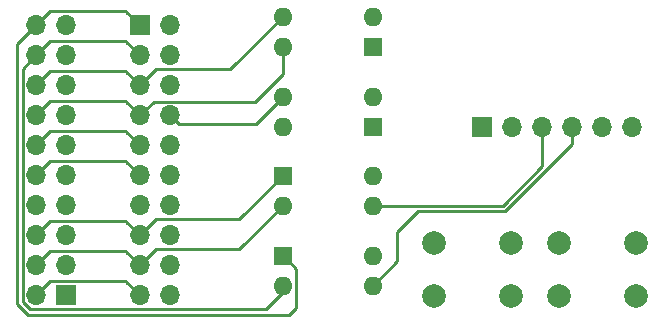
<source format=gbr>
%TF.GenerationSoftware,KiCad,Pcbnew,(5.1.12)-1*%
%TF.CreationDate,2021-12-28T12:25:46-06:00*%
%TF.ProjectId,iPiMI,6950694d-492e-46b6-9963-61645f706362,rev?*%
%TF.SameCoordinates,Original*%
%TF.FileFunction,Copper,L2,Bot*%
%TF.FilePolarity,Positive*%
%FSLAX46Y46*%
G04 Gerber Fmt 4.6, Leading zero omitted, Abs format (unit mm)*
G04 Created by KiCad (PCBNEW (5.1.12)-1) date 2021-12-28 12:25:46*
%MOMM*%
%LPD*%
G01*
G04 APERTURE LIST*
%TA.AperFunction,ComponentPad*%
%ADD10R,1.600000X1.600000*%
%TD*%
%TA.AperFunction,ComponentPad*%
%ADD11O,1.600000X1.600000*%
%TD*%
%TA.AperFunction,ComponentPad*%
%ADD12C,2.000000*%
%TD*%
%TA.AperFunction,ComponentPad*%
%ADD13R,1.700000X1.700000*%
%TD*%
%TA.AperFunction,ComponentPad*%
%ADD14O,1.700000X1.700000*%
%TD*%
%TA.AperFunction,Conductor*%
%ADD15C,0.250000*%
%TD*%
G04 APERTURE END LIST*
D10*
%TO.P,U4,1*%
%TO.N,HD+*%
X41100000Y-36000000D03*
D11*
%TO.P,U4,3*%
%TO.N,PI_HDD_LED*%
X48720000Y-38540000D03*
%TO.P,U4,2*%
%TO.N,HD-*%
X41100000Y-38540000D03*
%TO.P,U4,4*%
%TO.N,+3V3*%
X48720000Y-36000000D03*
%TD*%
D10*
%TO.P,U3,1*%
%TO.N,PWR_LED+*%
X41100000Y-29250000D03*
D11*
%TO.P,U3,3*%
%TO.N,PI_PWR_LED*%
X48720000Y-31790000D03*
%TO.P,U3,2*%
%TO.N,PWR_LED-*%
X41100000Y-31790000D03*
%TO.P,U3,4*%
%TO.N,+3V3*%
X48720000Y-29250000D03*
%TD*%
D10*
%TO.P,U2,1*%
%TO.N,Net-(R2-Pad1)*%
X48700000Y-18300000D03*
D11*
%TO.P,U2,3*%
%TO.N,RES-*%
X41080000Y-15760000D03*
%TO.P,U2,2*%
%TO.N,GND*%
X48700000Y-15760000D03*
%TO.P,U2,4*%
%TO.N,RES+*%
X41080000Y-18300000D03*
%TD*%
D10*
%TO.P,U1,1*%
%TO.N,Net-(R1-Pad1)*%
X48700000Y-25100000D03*
D11*
%TO.P,U1,3*%
%TO.N,PWR_SW-*%
X41080000Y-22560000D03*
%TO.P,U1,2*%
%TO.N,GND*%
X48700000Y-22560000D03*
%TO.P,U1,4*%
%TO.N,PWR_SW+*%
X41080000Y-25100000D03*
%TD*%
D12*
%TO.P,SW2,1*%
%TO.N,RES-*%
X60411500Y-34925000D03*
%TO.P,SW2,2*%
%TO.N,RES+*%
X60411500Y-39425000D03*
%TO.P,SW2,1*%
%TO.N,RES-*%
X53911500Y-34925000D03*
%TO.P,SW2,2*%
%TO.N,RES+*%
X53911500Y-39425000D03*
%TD*%
%TO.P,SW1,1*%
%TO.N,PWR_SW-*%
X71016000Y-34925000D03*
%TO.P,SW1,2*%
%TO.N,PWR_SW+*%
X71016000Y-39425000D03*
%TO.P,SW1,1*%
%TO.N,PWR_SW-*%
X64516000Y-34925000D03*
%TO.P,SW1,2*%
%TO.N,PWR_SW+*%
X64516000Y-39425000D03*
%TD*%
D13*
%TO.P,J3,1*%
%TO.N,SPEAK-*%
X22783800Y-39319200D03*
D14*
%TO.P,J3,2*%
%TO.N,PWR_LED-*%
X20243800Y-39319200D03*
%TO.P,J3,3*%
%TO.N,N/C*%
X22783800Y-36779200D03*
%TO.P,J3,4*%
%TO.N,PWR_LED-*%
X20243800Y-36779200D03*
%TO.P,J3,5*%
%TO.N,N/C*%
X22783800Y-34239200D03*
%TO.P,J3,6*%
%TO.N,PWR_LED+*%
X20243800Y-34239200D03*
%TO.P,J3,7*%
%TO.N,SPEAK+*%
X22783800Y-31699200D03*
%TO.P,J3,8*%
%TO.N,N/C*%
X20243800Y-31699200D03*
%TO.P,J3,9*%
X22783800Y-29159200D03*
%TO.P,J3,10*%
%TO.N,CI+*%
X20243800Y-29159200D03*
%TO.P,J3,11*%
%TO.N,N/C*%
X22783800Y-26619200D03*
%TO.P,J3,12*%
%TO.N,CI-*%
X20243800Y-26619200D03*
%TO.P,J3,13*%
%TO.N,PWR_SW-*%
X22783800Y-24079200D03*
%TO.P,J3,14*%
%TO.N,RES+*%
X20243800Y-24079200D03*
%TO.P,J3,15*%
%TO.N,PWR_SW+*%
X22783800Y-21539200D03*
%TO.P,J3,16*%
%TO.N,RES-*%
X20243800Y-21539200D03*
%TO.P,J3,17*%
%TO.N,PWR-*%
X22783800Y-18999200D03*
%TO.P,J3,18*%
%TO.N,HD-*%
X20243800Y-18999200D03*
%TO.P,J3,19*%
%TO.N,PWR+*%
X22783800Y-16459200D03*
%TO.P,J3,20*%
%TO.N,HD+*%
X20243800Y-16459200D03*
%TD*%
%TO.P,J2,6*%
%TO.N,GND*%
X70675500Y-25082500D03*
%TO.P,J2,5*%
%TO.N,+3V3*%
X68135500Y-25082500D03*
%TO.P,J2,4*%
%TO.N,PI_HDD_LED*%
X65595500Y-25082500D03*
%TO.P,J2,3*%
%TO.N,PI_PWR_LED*%
X63055500Y-25082500D03*
%TO.P,J2,2*%
%TO.N,PI_RST_SW*%
X60515500Y-25082500D03*
D13*
%TO.P,J2,1*%
%TO.N,PI_PWR_SW*%
X57975500Y-25082500D03*
%TD*%
%TO.P,J1,1*%
%TO.N,HD+*%
X29015000Y-16500000D03*
D14*
%TO.P,J1,2*%
%TO.N,PWR+*%
X31555000Y-16500000D03*
%TO.P,J1,3*%
%TO.N,HD-*%
X29015000Y-19040000D03*
%TO.P,J1,4*%
%TO.N,PWR-*%
X31555000Y-19040000D03*
%TO.P,J1,5*%
%TO.N,RES-*%
X29015000Y-21580000D03*
%TO.P,J1,6*%
%TO.N,PWR_SW+*%
X31555000Y-21580000D03*
%TO.P,J1,7*%
%TO.N,RES+*%
X29015000Y-24120000D03*
%TO.P,J1,8*%
%TO.N,PWR_SW-*%
X31555000Y-24120000D03*
%TO.P,J1,9*%
%TO.N,CI-*%
X29015000Y-26660000D03*
%TO.P,J1,10*%
%TO.N,N/C*%
X31555000Y-26660000D03*
%TO.P,J1,11*%
%TO.N,CI+*%
X29015000Y-29200000D03*
%TO.P,J1,12*%
%TO.N,N/C*%
X31555000Y-29200000D03*
%TO.P,J1,13*%
X29015000Y-31740000D03*
%TO.P,J1,14*%
%TO.N,SPEAK+*%
X31555000Y-31740000D03*
%TO.P,J1,15*%
%TO.N,PWR_LED+*%
X29015000Y-34280000D03*
%TO.P,J1,16*%
%TO.N,N/C*%
X31555000Y-34280000D03*
%TO.P,J1,17*%
%TO.N,PWR_LED-*%
X29015000Y-36820000D03*
%TO.P,J1,18*%
%TO.N,N/C*%
X31555000Y-36820000D03*
%TO.P,J1,19*%
%TO.N,PWR_LED-*%
X29015000Y-39360000D03*
%TO.P,J1,20*%
%TO.N,SPEAK-*%
X31555000Y-39360000D03*
%TD*%
D15*
%TO.N,PWR_LED+*%
X21418801Y-33064199D02*
X20243800Y-34239200D01*
X29015000Y-34280000D02*
X27849999Y-33114999D01*
X27799199Y-33064199D02*
X27849999Y-33114999D01*
X21418801Y-33064199D02*
X27799199Y-33064199D01*
X29015000Y-34280000D02*
X30379999Y-32915001D01*
X30379999Y-32915001D02*
X37424999Y-32915001D01*
X37424999Y-32915001D02*
X41080000Y-29260000D01*
%TO.N,PWR_LED-*%
X21418801Y-38144199D02*
X20243800Y-39319200D01*
X29015000Y-39360000D02*
X27849999Y-38194999D01*
X21418801Y-35604199D02*
X20243800Y-36779200D01*
X29015000Y-36820000D02*
X27849999Y-35654999D01*
X27799199Y-35604199D02*
X27849999Y-35654999D01*
X21418801Y-35604199D02*
X27799199Y-35604199D01*
X27799199Y-38144199D02*
X27849999Y-38194999D01*
X21418801Y-38144199D02*
X27799199Y-38144199D01*
X29015000Y-36820000D02*
X30379999Y-35455001D01*
X30379999Y-35455001D02*
X37424999Y-35455001D01*
X37424999Y-35455001D02*
X41080000Y-31800000D01*
%TO.N,HD+*%
X20243800Y-16459200D02*
X21418801Y-15284199D01*
X27849999Y-15334999D02*
X29015000Y-16500000D01*
X27799199Y-15284199D02*
X27849999Y-15334999D01*
X21418801Y-15284199D02*
X27799199Y-15284199D01*
X41598010Y-41001990D02*
X42205001Y-40394999D01*
X19551178Y-41001990D02*
X41598010Y-41001990D01*
X18618790Y-40069602D02*
X19551178Y-41001990D01*
X18618790Y-18084210D02*
X18618790Y-40069602D01*
X20243800Y-16459200D02*
X18618790Y-18084210D01*
X42205001Y-40394999D02*
X42205001Y-37085001D01*
X42205001Y-37085001D02*
X41080000Y-35960000D01*
%TO.N,HD-*%
X21418801Y-17824199D02*
X20243800Y-18999200D01*
X29015000Y-19040000D02*
X27849999Y-17874999D01*
X27799199Y-17824199D02*
X27849999Y-17874999D01*
X21418801Y-17824199D02*
X27799199Y-17824199D01*
X41080000Y-39110002D02*
X41080000Y-38500000D01*
X19730599Y-40545001D02*
X39645001Y-40545001D01*
X19068799Y-39883201D02*
X19730599Y-40545001D01*
X19068799Y-20174201D02*
X19068799Y-39883201D01*
X20243800Y-18999200D02*
X19068799Y-20174201D01*
X39645001Y-40545001D02*
X41080000Y-39110002D01*
%TO.N,CI+*%
X21418801Y-27984199D02*
X20243800Y-29159200D01*
X29015000Y-29200000D02*
X27849999Y-28034999D01*
X27799199Y-27984199D02*
X27849999Y-28034999D01*
X21418801Y-27984199D02*
X27799199Y-27984199D01*
%TO.N,CI-*%
X21418801Y-25444199D02*
X20243800Y-26619200D01*
X29015000Y-26660000D02*
X27849999Y-25494999D01*
X27799199Y-25444199D02*
X27849999Y-25494999D01*
X21418801Y-25444199D02*
X27799199Y-25444199D01*
%TO.N,PWR_SW-*%
X32279991Y-24844991D02*
X31555000Y-24120000D01*
X38795009Y-24844991D02*
X41080000Y-22560000D01*
X32279991Y-24844991D02*
X38795009Y-24844991D01*
%TO.N,RES+*%
X21418801Y-22904199D02*
X20243800Y-24079200D01*
X29015000Y-24120000D02*
X27849999Y-22954999D01*
X27799199Y-22904199D02*
X27849999Y-22954999D01*
X21418801Y-22904199D02*
X27799199Y-22904199D01*
X30190001Y-22944999D02*
X38738901Y-22944999D01*
X29015000Y-24120000D02*
X30190001Y-22944999D01*
X41080000Y-20603900D02*
X41080000Y-18300000D01*
X38738901Y-22944999D02*
X41080000Y-20603900D01*
%TO.N,PWR_SW+*%
X40957500Y-24574500D02*
X40687009Y-24844991D01*
X40824991Y-24844991D02*
X41080000Y-25100000D01*
X31555000Y-21580000D02*
X31760000Y-21580000D01*
X32035000Y-21100000D02*
X31555000Y-21580000D01*
%TO.N,RES-*%
X21418801Y-20364199D02*
X20243800Y-21539200D01*
X29015000Y-21580000D02*
X27849999Y-20414999D01*
X27799199Y-20364199D02*
X27849999Y-20414999D01*
X21418801Y-20364199D02*
X27799199Y-20364199D01*
X29015000Y-21580000D02*
X30379999Y-20215001D01*
X36624999Y-20215001D02*
X30379999Y-20215001D01*
X41080000Y-15760000D02*
X36624999Y-20215001D01*
%TO.N,PI_HDD_LED*%
X50800000Y-36460000D02*
X48720000Y-38540000D01*
X50800000Y-34000000D02*
X50800000Y-36460000D01*
X52559990Y-32240010D02*
X50800000Y-34000000D01*
X59896400Y-32240010D02*
X52559990Y-32240010D01*
X65595500Y-26540910D02*
X59896400Y-32240010D01*
X65595500Y-25082500D02*
X65595500Y-26540910D01*
%TO.N,PI_PWR_LED*%
X48720000Y-31790000D02*
X59710000Y-31790000D01*
X63055500Y-28444500D02*
X63055500Y-25082500D01*
X59710000Y-31790000D02*
X63055500Y-28444500D01*
%TD*%
M02*

</source>
